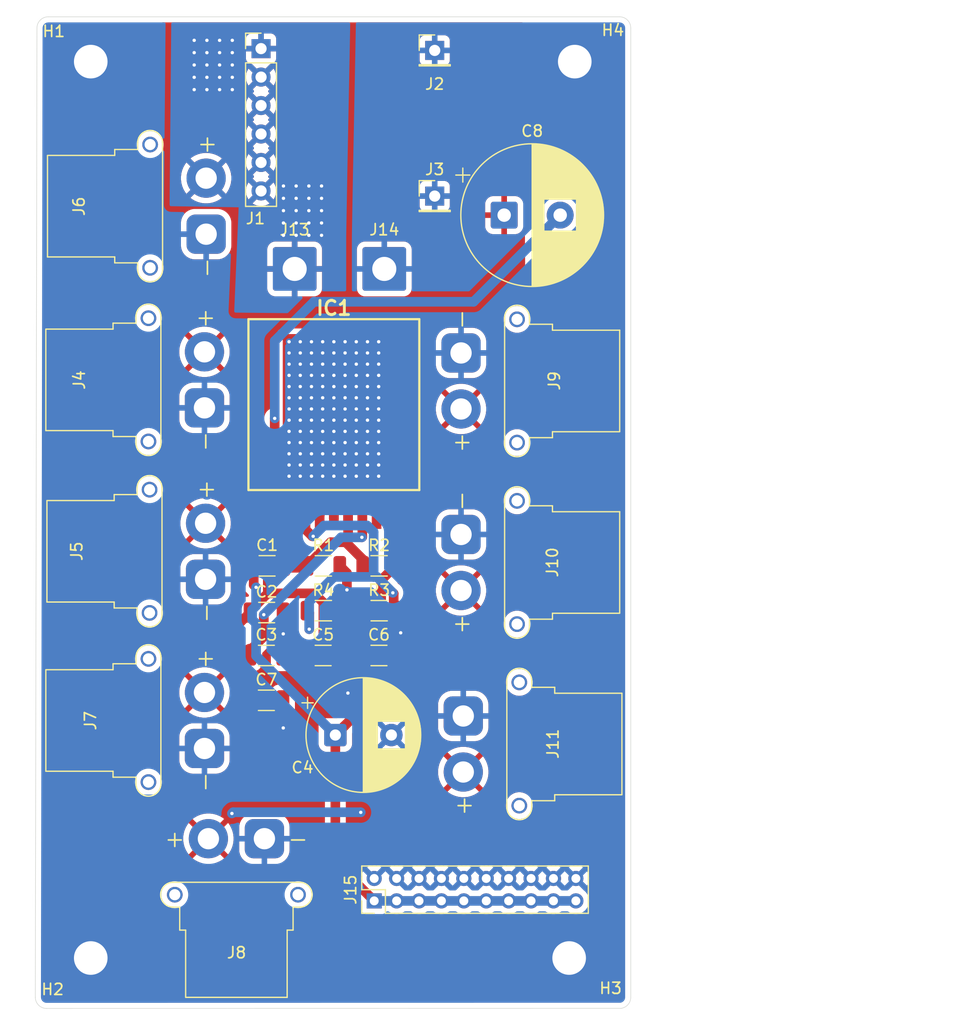
<source format=kicad_pcb>
(kicad_pcb (version 20241229) (generator "pcbnew") (generator_version "9.0")
  (title_block (title "Power Distribution Board") (date "2025-07-21") (rev "B") (company "RESTORE Lab"))
  (layers (0 "F.Cu" mixed) (2 "B.Cu" mixed) (13 "F.Paste" user) (15 "B.Paste" user) (5 "F.SilkS" user "F.Silkscreen") (7 "B.SilkS" user "B.Silkscreen") (1 "F.Mask" user) (3 "B.Mask" user) (25 "Edge.Cuts" user))
  (net 0 "")
  (net 1 "GND")
  (net 2 "Net-(IC1-SS)")
  (net 3 "24VDC")
  (net 4 "Net-(IC1-VOUT_1)")
  (net 7 "Net-(IC1-EN)")
  (net 8 "Net-(IC1-FB)")
  (net 9 "Net-(IC1-VIN_1)")
  (footprint "Connector_PinHeader_2.00mm:PinHeader_2x10_P2.00mm_Vertical" (layer "F.Cu") (at 141.6 128.9 90)
    (property "Reference" "J15")
    (property "Value" "Conn_02x10_Odd_Even")
  )
  (footprint "Connector_AMASS:AMASS_XT30PW-F_1x02_P2.50mm_Horizontal" (layer "F.Cu") (at 149.35 96.2 -90)
    (property "Reference" "J10")
    (property "Value" "XT30PW-M")
  )
  (footprint "Connector_AMASS:AMASS_XT30PW-F_1x02_P2.50mm_Horizontal" (layer "F.Cu") (at 149.55 112.4 -90)
    (property "Reference" "J11")
    (property "Value" "XT30PW-M")
  )
  (footprint "Connector_AMASS:AMASS_XT30PW-F_1x02_P2.50mm_Horizontal" (layer "F.Cu") (at 149.35 80 -90)
    (property "Reference" "J9")
    (property "Value" "XT30PW-M")
  )
  (footprint "Connector_AMASS:AMASS_XT30PW-F_1x02_P2.50mm_Horizontal" (layer "F.Cu") (at 126.45 115.3 90)
    (property "Reference" "J7")
    (property "Value" "XT30PW-M")
  )
  (footprint "Connector_Wire:SolderWire-1.5sqmm_1x01_D1.7mm_OD3.9mm" (layer "F.Cu") (at 142.5 72.5)
    (property "Reference" "J14")
    (property "Value" "Conn_01x01_Pin")
  )
  (footprint "Connector_AMASS:AMASS_XT30PW-F_1x02_P2.50mm_Horizontal" (layer "F.Cu") (at 126.45 84.9 90)
    (property "Reference" "J4")
    (property "Value" "XT30PW-M")
  )
  (footprint "Connector_AMASS:AMASS_XT30PW-F_1x02_P2.50mm_Horizontal" (layer "F.Cu") (at 126.6 69.4 90)
    (property "Reference" "J6")
    (property "Value" "XT30PW-M")
  )
  (footprint "Connector_PinHeader_2.54mm:PinHeader_1x01_P2.54mm_Vertical" (layer "F.Cu") (at 147 53)
    (property "Reference" "J2")
    (property "Value" "Conn_01x01_Pin")
  )
  (footprint "Connector_PinHeader_2.54mm:PinHeader_1x06_P2.54mm_Vertical" (layer "F.Cu") (at 131.5 52.84)
    (property "Reference" "J1")
    (property "Value" "Conn_01x06_Pin")
  )
  (footprint "Capacitor_SMD:C_1206_3216Metric" (layer "F.Cu") (at 131.975 107)
    (property "Reference" "C3")
    (property "Value" "0.47µF")
  )
  (footprint "Capacitor_SMD:C_1206_3216Metric" (layer "F.Cu") (at 131.975 111)
    (property "Reference" "C7")
    (property "Value" "10µF")
  )
  (footprint "Capacitor_SMD:C_1206_3216Metric" (layer "F.Cu") (at 142.025 107)
    (property "Reference" "C6")
    (property "Value" "10µF")
  )
  (footprint "Connector_AMASS:AMASS_XT30PW-F_1x02_P2.50mm_Horizontal" (layer "F.Cu") (at 131.8 123.35 180)
    (property "Reference" "J8")
    (property "Value" "XT30PW-M")
  )
  (footprint "MountingHole:MountingHole_3mm_Pad" (layer "F.Cu") (at 116.3 134)
    (property "Reference" "H2")
    (property "Value" "MountingHole_Pad")
  )
  (footprint "MountingHole:MountingHole_3mm_Pad" (layer "F.Cu") (at 159.5 54)
    (property "Reference" "H4")
    (property "Value" "MountingHole_Pad")
  )
  (footprint "Resistor_SMD:R_1206_3216Metric" (layer "F.Cu") (at 142.0375 99)
    (property "Reference" "R2")
    (property "Value" "5.62K")
  )
  (footprint "Capacitor_THT:CP_Radial_D10.0mm_P5.00mm" (layer "F.Cu") (at 138.1323 114.1)
    (property "Reference" "C4")
    (property "Value" "440 µF")
  )
  (footprint "Connector_PinHeader_2.54mm:PinHeader_1x01_P2.54mm_Vertical" (layer "F.Cu") (at 147 66)
    (property "Reference" "J3")
    (property "Value" "Conn_01x01_Pin")
  )
  (footprint "Connector_AMASS:AMASS_XT30PW-F_1x02_P2.50mm_Horizontal" (layer "F.Cu") (at 126.55 100.2 90)
    (property "Reference" "J5")
    (property "Value" "XT30PW-M")
  )
  (footprint "Connector_Wire:SolderWire-1.5sqmm_1x01_D1.7mm_OD3.9mm" (layer "F.Cu") (at 134.5 72.5)
    (property "Reference" "J13")
    (property "Value" "Conn_01x01_Pin")
  )
  (footprint "Capacitor_SMD:C_1206_3216Metric" (layer "F.Cu") (at 132 103.1667)
    (property "Reference" "C2")
    (property "Value" "10µF")
  )
  (footprint "Resistor_SMD:R_1206_3216Metric" (layer "F.Cu") (at 142.045 103)
    (property "Reference" "R3")
    (property "Value" "42.2k")
  )
  (footprint "LMZ23610TZ:NDY0011A" (layer "F.Cu") (at 138 94.5)
    (property "Reference" "IC1")
    (property "Value" "LMZ23610TZ_NOPB" (hide yes))
  )
  (footprint "Capacitor_THT:CP_Radial_D12.5mm_P5.00mm" (layer "F.Cu") (at 153.2 67.7)
    (property "Reference" "C8")
    (property "Value" "1000µF")
  )
  (footprint "MountingHole:MountingHole_3mm_Pad" (layer "F.Cu") (at 159 134)
    (property "Reference" "H3")
    (property "Value" "MountingHole_Pad")
  )
  (footprint "Resistor_SMD:R_1206_3216Metric" (layer "F.Cu") (at 137.0625 103)
    (property "Reference" "R4")
    (property "Value" "12.7k")
  )
  (footprint "MountingHole:MountingHole_3mm_Pad" (layer "F.Cu") (at 116.3 54)
    (property "Reference" "H1")
    (property "Value" "MountingHole_Pad")
  )
  (footprint "Capacitor_SMD:C_1206_3216Metric" (layer "F.Cu") (at 132.0375 99)
    (property "Reference" "C1")
    (property "Value" "180pF")
  )
  (footprint "Capacitor_SMD:C_1206_3216Metric" (layer "F.Cu") (at 137.0425 107)
    (property "Reference" "C5")
    (property "Value" "10µF")
  )
  (footprint "Resistor_SMD:R_1206_3216Metric" (layer "F.Cu") (at 137.0625 99)
    (property "Reference" "R1")
    (property "Value" "1.07k")
  )
  (gr_arc (start 163.5 50) (mid 164.207107 50.292893) (end 164.5 51) (stroke (width 0.05)) (layer "Edge.Cuts"))
  (gr_arc (start 112.353554 138.499999) (mid 111.646447 138.207106) (end 111.353554 137.499999) (stroke (width 0.05)) (layer "Edge.Cuts"))
  (gr_arc (start 164.499999 137.5) (mid 164.256604 138.153872) (end 163.6449 138.489445) (stroke (width 0.05)) (layer "Edge.Cuts"))
  (gr_line (start 112.5 50.000002) (end 163.5 50) (stroke (width 0.05)) (layer "Edge.Cuts"))
  (gr_line (start 164.5 51) (end 164.499999 137.5) (stroke (width 0.05)) (layer "Edge.Cuts"))
  (gr_line (start 111.353602 137.499999) (end 111.5 51.000001) (stroke (width 0.05)) (layer "Edge.Cuts"))
  (gr_line (start 163.644902 138.489445) (end 112.353553 138.5) (stroke (width 0.05)) (layer "Edge.Cuts"))
  (gr_arc (start 111.500001 51) (mid 111.792894 50.292894) (end 112.5 50.000001) (stroke (width 0.05)) (layer "Edge.Cuts"))
  (segment (start 142 79) (end 142 80) (width 0.18) (layer "F.Cu") (net 1))
  (segment (start 136.7 91.145) (end 136.73 91.175) (width 0.8598) (layer "F.Cu") (net 1))
  (segment (start 135 80) (end 135 81) (width 0.18) (layer "F.Cu") (net 1))
  (segment (start 142 82) (end 142 81) (width 0.18) (layer "F.Cu") (net 1))
  (segment (start 135 86) (end 135 85) (width 0.18) (layer "F.Cu") (net 1))
  (segment (start 134 87) (end 134 88) (width 0.18) (layer "F.Cu") (net 1))
  (segment (start 133.45 113.436) (end 133.45 111) (width 0.8598) (layer "F.Cu") (net 1))
  (segment (start 138 84) (end 138 83) (width 0.18) (layer "F.Cu") (net 1))
  (segment (start 137 84) (end 137 83) (width 0.18) (layer "F.Cu") (net 1))
  (segment (start 136.905 91) (end 136.73 91.175) (width 0.8598) (layer "F.Cu") (net 1))
  (segment (start 138.518 107.655) (end 138.5175 107.6545) (width 0.8598) (layer "F.Cu") (net 1))
  (segment (start 138 86) (end 138 85) (width 0.18) (layer "F.Cu") (net 1))
  (segment (start 137 86) (end 137 85) (width 0.18) (layer "F.Cu") (net 1))
  (segment (start 141 84) (end 141 83) (width 0.18) (layer "F.Cu") (net 1))
  (segment (start 139 84) (end 139 83) (width 0.18) (layer "F.Cu") (net 1))
  (segment (start 139.164 101.143) (end 139.164 99.6393) (width 0.8598) (layer "F.Cu") (net 1))
  (segment (start 136 89) (end 136 88) (width 0.18) (layer "F.Cu") (net 1))
  (segment (start 136.7 94.455) (end 136.7 94.47) (width 0.8598) (layer "F.Cu") (net 1))
  (segment (start 133.45 105.097) (end 133.45 107) (width 0.8598) (layer "F.Cu") (net 1))
  (segment (start 137 82) (end 137 83) (width 0.18) (layer "F.Cu") (net 1))
  (segment (start 134 84) (end 134 83) (width 0.18) (layer "F.Cu") (net 1))
  (segment (start 141 89) (end 141 88) (width 0.18) (layer "F.Cu") (net 1))
  (segment (start 138.518 108.31) (end 138.518 107.655) (width 0.8598) (layer "F.Cu") (net 1))
  (segment (start 134 80) (end 134 79) (width 0.18) (layer "F.Cu") (net 1))
  (segment (start 140 88) (end 140 89) (width 0.18) (layer "F.Cu") (net 1))
  (segment (start 133.475 105.072) (end 133.45 105.097) (width 0.8598) (layer "F.Cu") (net 1))
  (segment (start 137 88) (end 137 87) (width 0.18) (layer "F.Cu") (net 1))
  (segment (start 138 89) (end 138 88) (width 0.18) (layer "F.Cu") (net 1))
  (segment (start 138 90) (end 138 91) (width 0.18) (layer "F.Cu") (net 1))
  (segment (start 135 83) (end 135 84) (width 0.18) (layer "F.Cu") (net 1))
  (segment (start 138.518 109.62) (end 138.518 108.31) (width 0.8598) (layer "F.Cu") (net 1))
  (segment (start 136 82) (end 136 84) (width 0.18) (layer "F.Cu") (net 1))
  (segment (start 138.518 108.31) (end 138.518 107.655) (width 0.8598) (layer "F.Cu") (net 1))
  (segment (start 141 87) (end 141 88) (width 0.18) (layer "F.Cu") (net 1))
  (segment (start 137 80) (end 137 81) (width 0.18) (layer "F.Cu") (net 1))
  (segment (start 141 82) (end 141 83) (width 0.18) (layer "F.Cu") (net 1))
  (segment (start 134 85) (end 134 84) (width 0.18) (layer "F.Cu") (net 1))
  (segment (start 136 85) (end 136 84) (width 0.18) (layer "F.Cu") (net 1))
  (segment (start 133.482 105.072) (end 133.475 105.072) (width 0.8598) (layer "F.Cu") (net 1))
  (segment (start 134 90) (end 134 91) (width 0.18) (layer "F.Cu") (net 1))
  (segment (start 135 80) (end 135 79) (width 0.18) (layer "F.Cu") (net 1))
  (segment (start 136 87) (end 136 88) (width 0.18) (layer "F.Cu") (net 1))
  (segment (start 134.19 91.19) (end 134.19 94.5) (width 0.8598) (layer "F.Cu") (net 1))
  (segment (start 136.7 94.47) (end 136.73 94.5) (width 0.8598) (layer "F.Cu") (net 1))
  (segment (start 139.164 101.143) (end 138.525 101.783) (width 0.8598) (layer "F.Cu") (net 1))
  (segment (start 134.19 93.333) (end 134.19 94.5) (width 0.2) (layer "F.Cu") (net 1))
  (segment (start 137 81) (end 137 82) (width 0.18) (layer "F.Cu") (net 1))
  (segment (start 134.19 91.19) (end 134 91) (width 0.18) (layer "F.Cu") (net 1))
  (segment (start 135 89) (end 135 90) (width 0.18) (layer "F.Cu") (net 1))
  (segment (start 139 80) (end 139 79) (width 0.18) (layer "F.Cu") (net 1))
  (segment (start 138 91.445) (end 138 94.755) (width 0.8598) (layer "F.Cu") (net 1))
  (segment (start 134 94.31) (end 134.19 94.5) (width 0.2) (layer "F.Cu") (net 1))
  (segment (start 137 88) (end 137 89) (width 0.18) (layer "F.Cu") (net 1))
  (segment (start 138.518 107.655) (end 138.518 107) (width 0.8598) (layer "F.Cu") (net 1))
  (segment (start 139.252 110.354) (end 138.518 109.62) (width 0.8598) (layer "F.Cu") (net 1))
  (segment (start 138.518 107) (end 138.525 106.992) (width 1.2) (layer "F.Cu") (net 1))
  (segment (start 137 79) (end 137 80) (width 0.18) (layer "F.Cu") (net 1))
  (segment (start 140 91) (end 140 90) (width 0.18) (layer "F.Cu") (net 1))
  (segment (start 140 84) (end 140 85) (width 0.18) (layer "F.Cu") (net 1))
  (segment (start 142.5 71.6217) (end 142.5 72.5) (width 0.18) (layer "F.Cu") (net 1))
  (segment (start 142 87) (end 142 86) (width 0.18) (layer "F.Cu") (net 1))
  (segment (start 138 82) (end 138 81) (width 0.18) (layer "F.Cu") (net 1))
  (segment (start 143.5 105.439) (end 143.5 107) (width 0.8598) (layer "F.Cu") (net 1))
  (segment (start 138.5175 107.6545) (end 138.5175 107) (width 0.8598) (layer "F.Cu") (net 1))
  (segment (start 137 90) (end 137 91) (width 0.18) (layer "F.Cu") (net 1))
  (segment (start 135 82) (end 135 81) (width 0.18) (layer "F.Cu") (net 1))
  (segment (start 134 85) (end 134 86) (width 0.18) (layer "F.Cu") (net 1))
  (segment (start 137 84) (end 137 85) (width 0.18) (layer "F.Cu") (net 1))
  (segment (start 158.2 55.3) (end 159.5 54) (width 0.18) (layer "F.Cu") (net 1))
  (segment (start 141 90) (end 141 91) (width 0.18) (layer "F.Cu") (net 1))
  (segment (start 137 87) (end 137 86) (width 0.18) (layer "F.Cu") (net 1))
  (segment (start 138.518 107.655) (end 138.518 107) (width 0.8598) (layer "F.Cu") (net 1))
  (segment (start 142 87) (end 142 89) (width 0.18) (layer "F.Cu") (net 1))
  (segment (start 133.482 113.468) (end 133.45 113.436) (width 0.8598) (layer "F.Cu") (net 1))
  (segment (start 135 87) (end 135 88) (width 0.18) (layer "F.Cu") (net 1))
  (segment (start 139 90) (end 139 91) (width 0.18) (layer "F.Cu") (net 1))
  (segment (start 134 81) (end 134 80) (width 0.18) (layer "F.Cu") (net 1))
  (segment (start 140 90) (end 140 89) (width 0.18) (layer "F.Cu") (net 1))
  (segment (start 137 91) (end 136.905 91) (width 0.8598) (layer "F.Cu") (net 1))
  (segment (start 133.475 105.072) (end 133.475 103.167) (width 0.8598) (layer "F.Cu") (net 1))
  (segment (start 139.164 99.6393) (end 138.525 99) (width 0.8598) (layer "F.Cu") (net 1))
  (segment (start 141 82) (end 141 81) (width 0.18) (layer "F.Cu") (net 1))
  (segment (start 134 87) (end 134 86) (width 0.18) (layer "F.Cu") (net 1))
  (segment (start 136.73 91.175) (end 136.73 94.425) (width 0.8598) (layer "F.Cu") (net 1))
  (segment (start 141.5 78.5) (end 141 79) (width 0.18) (layer "F.Cu") (net 1))
  (segment (start 140 80) (end 140 79) (width 0.18) (layer "F.Cu") (net 1))
  (segment (start 135 91) (end 135 90) (width 0.18) (layer "F.Cu") (net 1))
  (segment (start 136.73 94.425) (end 136.7 94.455) (width 0.8598) (layer "F.Cu") (net 1))
  (segment (start 143.963 104.976) (end 143.5 105.439) (width 0.8598) (layer "F.Cu") (net 1))
  (segment (start 138.525 101.783) (end 138.525 103) (width 0.8598) (layer "F.Cu") (net 1))
  (segment (start 140 87) (end 140 86) (width 0.18) (layer "F.Cu") (net 1))
  (segment (start 134 88) (end 134 89) (width 0.18) (layer "F.Cu") (net 1))
  (via (at 140 87) (size 0.6) (drill 0.3) (layers "F.Cu" "B.Cu") (net 1))
  (via (at 142 81) (size 0.6) (drill 0.3) (layers "F.Cu" "B.Cu") (net 1))
  (via (at 133.482 113.468) (size 0.6) (drill 0.3) (layers "F.Cu" "B.Cu") (net 1))
  (via (at 139 86) (size 0.6) (drill 0.3) (layers "F.Cu" "B.Cu") (net 1))
  (via (at 135 85) (size 0.6) (drill 0.3) (layers "F.Cu" "B.Cu") (net 1))
  (via (at 134 91) (size 0.6) (drill 0.3) (layers "F.Cu" "B.Cu") (net 1))
  (via (at 141 83) (size 0.6) (drill 0.3) (layers "F.Cu" "B.Cu") (net 1))
  (via (at 134 90) (size 0.6) (drill 0.3) (layers "F.Cu" "B.Cu") (net 1))
  (via (at 136 81) (size 0.6) (drill 0.3) (layers "F.Cu" "B.Cu") (net 1))
  (via (at 140 80) (size 0.6) (drill 0.3) (layers "F.Cu" "B.Cu") (net 1))
  (via (at 142 82) (size 0.6) (drill 0.3) (layers "F.Cu" "B.Cu") (net 1))
  (via (at 137 87) (size 0.6) (drill 0.3) (layers "F.Cu" "B.Cu") (net 1))
  (via (at 137 82) (size 0.6) (drill 0.3) (layers "F.Cu" "B.Cu") (net 1))
  (via (at 134 84) (size 0.6) (drill 0.3) (layers "F.Cu" "B.Cu") (net 1))
  (via (at 142 80) (size 0.6) (drill 0.3) (layers "F.Cu" "B.Cu") (net 1))
  (via (at 136 82) (size 0.6) (drill 0.3) (layers "F.Cu" "B.Cu") (net 1))
  (via (at 140 89) (size 0.6) (drill 0.3) (layers "F.Cu" "B.Cu") (net 1))
  (via (at 138 83) (size 0.6) (drill 0.3) (layers "F.Cu" "B.Cu") (net 1))
  (via (at 136 84) (size 0.6) (drill 0.3) (layers "F.Cu" "B.Cu") (net 1))
  (via (at 140 91) (size 0.6) (drill 0.3) (layers "F.Cu" "B.Cu") (net 1))
  (via (at 136 79) (size 0.6) (drill 0.3) (layers "F.Cu" "B.Cu") (net 1))
  (via (at 140 82) (size 0.6) (drill 0.3) (layers "F.Cu" "B.Cu") (net 1))
  (via (at 142 86) (size 0.6) (drill 0.3) (layers "F.Cu" "B.Cu") (net 1))
  (via (at 142 83) (size 0.6) (drill 0.3) (layers "F.Cu" "B.Cu") (net 1))
  (via (at 139.164 101.143) (size 0.6) (drill 0.3) (layers "F.Cu" "B.Cu") (net 1))
  (via (at 137 86) (size 0.6) (drill 0.3) (layers "F.Cu" "B.Cu") (net 1))
  (via (at 136 89) (size 0.6) (drill 0.3) (layers "F.Cu" "B.Cu") (net 1))
  (via (at 136 90) (size 0.6) (drill 0.3) (layers "F.Cu" "B.Cu") (net 1))
  (via (at 140 83) (size 0.6) (drill 0.3) (layers "F.Cu" "B.Cu") (net 1))
  (via (at 142 84) (size 0.6) (drill 0.3) (layers "F.Cu" "B.Cu") (net 1))
  (via (at 139 81) (size 0.6) (drill 0.3) (layers "F.Cu" "B.Cu") (net 1))
  (via (at 137 85) (size 0.6) (drill 0.3) (layers "F.Cu" "B.Cu") (net 1))
  (via (at 135 80) (size 0.6) (drill 0.3) (layers "F.Cu" "B.Cu") (net 1))
  (via (at 134 80) (size 0.6) (drill 0.3) (layers "F.Cu" "B.Cu") (net 1))
  (via (at 142 85) (size 0.6) (drill 0.3) (layers "F.Cu" "B.Cu") (net 1))
  (via (at 139 87) (size 0.6) (drill 0.3) (layers "F.Cu" "B.Cu") (net 1))
  (via (at 137 90) (size 0.6) (drill 0.3) (layers "F.Cu" "B.Cu") (net 1))
  (via (at 141 86) (size 0.6) (drill 0.3) (layers "F.Cu" "B.Cu") (net 1))
  (via (at 139 84) (size 0.6) (drill 0.3) (layers "F.Cu" "B.Cu") (net 1))
  (via (at 137 84) (size 0.6) (drill 0.3) (layers "F.Cu" "B.Cu") (net 1))
  (via (at 135 90) (size 0.6) (drill 0.3) (layers "F.Cu" "B.Cu") (net 1))
  (via (at 141 79) (size 0.6) (drill 0.3) (layers "F.Cu" "B.Cu") (net 1))
  (via (at 134 79) (size 0.6) (drill 0.3) (layers "F.Cu" "B.Cu") (net 1))
  (via (at 139 79) (size 0.6) (drill 0.3) (layers "F.Cu" "B.Cu") (net 1))
  (via (at 137 83) (size 0.6) (drill 0.3) (layers "F.Cu" "B.Cu") (net 1))
  (via (at 135 84) (size 0.6) (drill 0.3) (layers "F.Cu" "B.Cu") (net 1))
  (via (at 134 82) (size 0.6) (drill 0.3) (layers "F.Cu" "B.Cu") (net 1))
  (via (at 136 85) (size 0.6) (drill 0.3) (layers "F.Cu" "B.Cu") (net 1))
  (via (at 142 91) (size 0.6) (drill 0.3) (layers "F.Cu" "B.Cu") (net 1))
  (via (at 134 81) (size 0.6) (drill 0.3) (layers "F.Cu" "B.Cu") (net 1))
  (via (at 143.963 104.976) (size 0.6) (drill 0.3) (layers "F.Cu" "B.Cu") (net 1))
  (via (at 141 88) (size 0.6) (drill 0.3) (layers "F.Cu" "B.Cu") (net 1))
  (via (at 136 87) (size 0.6) (drill 0.3) (layers "F.Cu" "B.Cu") (net 1))
  (via (at 141 81) (size 0.6) (drill 0.3) (layers "F.Cu" "B.Cu") (net 1))
  (via (at 140 90) (size 0.6) (drill 0.3) (layers "F.Cu" "B.Cu") (net 1))
  (via (at 138 90) (size 0.6) (drill 0.3) (layers "F.Cu" "B.Cu") (net 1))
  (via (at 135 87) (size 0.6) (drill 0.3) (layers "F.Cu" "B.Cu") (net 1))
  (via (at 141 91) (size 0.6) (drill 0.3) (layers "F.Cu" "B.Cu") (net 1))
  (via (at 140 85) (size 0.6) (drill 0.3) (layers "F.Cu" "B.Cu") (net 1))
  (via (at 139 85) (size 0.6) (drill 0.3) (layers "F.Cu" "B.Cu") (net 1))
  (via (at 136 86) (size 0.6) (drill 0.3) (layers "F.Cu" "B.Cu") (net 1))
  (via (at 141 89) (size 0.6) (drill 0.3) (layers "F.Cu" "B.Cu") (net 1))
  (via (at 137 81) (size 0.6) (drill 0.3) (layers "F.Cu" "B.Cu") (net 1))
  (via (at 136 83) (size 0.6) (drill 0.3) (layers "F.Cu" "B.Cu") (net 1))
  (via (at 138 89) (size 0.6) (drill 0.3) (layers "F.Cu" "B.Cu") (net 1))
  (via (at 142 87) (size 0.6) (drill 0.3) (layers "F.Cu" "B.Cu") (net 1))
  (via (at 138 79) (size 0.6) (drill 0.3) (layers "F.Cu" "B.Cu") (net 1))
  (via (at 138 87) (size 0.6) (drill 0.3) (layers "F.Cu" "B.Cu") (net 1))
  (via (at 139 80) (size 0.6) (drill 0.3) (layers "F.Cu" "B.Cu") (net 1))
  (via (at 136 88) (size 0.6) (drill 0.3) (layers "F.Cu" "B.Cu") (net 1))
  (via (at 134 85) (size 0.6) (drill 0.3) (layers "F.Cu" "B.Cu") (net 1))
  (via (at 140 84) (size 0.6) (drill 0.3) (layers "F.Cu" "B.Cu") (net 1))
  (via (at 135 79) (size 0.6) (drill 0.3) (layers "F.Cu" "B.Cu") (net 1))
  (via (at 134 86) (size 0.6) (drill 0.3) (layers "F.Cu" "B.Cu") (net 1))
  (via (at 137 80) (size 0.6) (drill 0.3) (layers "F.Cu" "B.Cu") (net 1))
  (via (at 136 80) (size 0.6) (drill 0.3) (layers "F.Cu" "B.Cu") (net 1))
  (via (at 141 87) (size 0.6) (drill 0.3) (layers "F.Cu" "B.Cu") (net 1))
  (via (at 135 88) (size 0.6) (drill 0.3) (layers "F.Cu" "B.Cu") (net 1))
  (via (at 138 84) (size 0.6) (drill 0.3) (layers "F.Cu" "B.Cu") (net 1))
  (via (at 138 85) (size 0.6) (drill 0.3) (layers "F.Cu" "B.Cu") (net 1))
  (via (at 142 79) (size 0.6) (drill 0.3) (layers "F.Cu" "B.Cu") (net 1))
  (via (at 141 80) (size 0.6) (drill 0.3) (layers "F.Cu" "B.Cu") (net 1))
  (via (at 141 82) (size 0.6) (drill 0.3) (layers "F.Cu" "B.Cu") (net 1))
  (via (at 139 89) (size 0.6) (drill 0.3) (layers "F.Cu" "B.Cu") (net 1))
  (via (at 138 80) (size 0.6) (drill 0.3) (layers "F.Cu" "B.Cu") (net 1))
  (via (at 137 79) (size 0.6) (drill 0.3) (layers "F.Cu" "B.Cu") (net 1))
  (via (at 138 81) (size 0.6) (drill 0.3) (layers "F.Cu" "B.Cu") (net 1))
  (via (at 137 91) (size 0.6) (drill 0.3) (layers "F.Cu" "B.Cu") (net 1))
  (via (at 134 88) (size 0.6) (drill 0.3) (layers "F.Cu" "B.Cu") (net 1))
  (via (at 139 82) (size 0.6) (drill 0.3) (layers "F.Cu" "B.Cu") (net 1))
  (via (at 135 91) (size 0.6) (drill 0.3) (layers "F.Cu" "B.Cu") (net 1))
  (via (at 141 85) (size 0.6) (drill 0.3) (layers "F.Cu" "B.Cu") (net 1))
  (via (at 138 82) (size 0.6) (drill 0.3) (layers "F.Cu" "B.Cu") (net 1))
  (via (at 142 90) (size 0.6) (drill 0.3) (layers "F.Cu" "B.Cu") (net 1))
  (via (at 141 84) (size 0.6) (drill 0.3) (layers "F.Cu" "B.Cu") (net 1))
  (via (at 136 91) (size 0.6) (drill 0.3) (layers "F.Cu" "B.Cu") (net 1))
  (via (at 139 88) (size 0.6) (drill 0.3) (layers "F.Cu" "B.Cu") (net 1))
  (via (at 134 89) (size 0.6) (drill 0.3) (layers "F.Cu" "B.Cu") (net 1))
  (via (at 140 81) (size 0.6) (drill 0.3) (layers "F.Cu" "B.Cu") (net 1))
  (via (at 140 88) (size 0.6) (drill 0.3) (layers "F.Cu" "B.Cu") (net 1))
  (via (at 138 86) (size 0.6) (drill 0.3) (layers "F.Cu" "B.Cu") (net 1))
  (via (at 139.252 110.354) (size 0.6) (drill 0.3) (layers "F.Cu" "B.Cu") (net 1))
  (via (at 138 88) (size 0.6) (drill 0.3) (layers "F.Cu" "B.Cu") (net 1))
  (via (at 134 87) (size 0.6) (drill 0.3) (layers "F.Cu" "B.Cu") (net 1))
  (via (at 133.482 105.072) (size 0.6) (drill 0.3) (layers "F.Cu" "B.Cu") (net 1))
  (via (at 139 83) (size 0.6) (drill 0.3) (layers "F.Cu" "B.Cu") (net 1))
  (via (at 139 90) (size 0.6) (drill 0.3) (layers "F.Cu" "B.Cu") (net 1))
  (via (at 137 89) (size 0.6) (drill 0.3) (layers "F.Cu" "B.Cu") (net 1))
  (via (at 142 88) (size 0.6) (drill 0.3) (layers "F.Cu" "B.Cu") (net 1))
  (via (at 135 89) (size 0.6) (drill 0.3) (layers "F.Cu" "B.Cu") (net 1))
  (via (at 139 91) (size 0.6) (drill 0.3) (layers "F.Cu" "B.Cu") (net 1))
  (via (at 141 90) (size 0.6) (drill 0.3) (layers "F.Cu" "B.Cu") (net 1))
  (via (at 135 81) (size 0.6) (drill 0.3) (layers "F.Cu" "B.Cu") (net 1))
  (via (at 142 89) (size 0.6) (drill 0.3) (layers "F.Cu" "B.Cu") (net 1))
  (via (at 135 83) (size 0.6) (drill 0.3) (layers "F.Cu" "B.Cu") (net 1))
  (via (at 135 86) (size 0.6) (drill 0.3) (layers "F.Cu" "B.Cu") (net 1))
  (via (at 140 86) (size 0.6) (drill 0.3) (layers "F.Cu" "B.Cu") (net 1))
  (via (at 135 82) (size 0.6) (drill 0.3) (layers "F.Cu" "B.Cu") (net 1))
  (via (at 140 79) (size 0.6) (drill 0.3) (layers "F.Cu" "B.Cu") (net 1))
  (via (at 137 88) (size 0.6) (drill 0.3) (layers "F.Cu" "B.Cu") (net 1))
  (via (at 138 91) (size 0.6) (drill 0.3) (layers "F.Cu" "B.Cu") (net 1))
  (via (at 134 83) (size 0.6) (drill 0.3) (layers "F.Cu" "B.Cu") (net 1))
  (segment (start 136 85) (end 137 85) (width 0.18) (layer "B.Cu") (net 1))
  (segment (start 126.5 119.5) (end 124.5 119.5) (width 0.18) (layer "B.Cu") (net 1))
  (segment (start 134 85) (end 135 85) (width 0.18) (layer "B.Cu") (net 1))
  (segment (start 136 90) (end 135 90) (width 0.18) (layer "B.Cu") (net 1))
  (segment (start 139 89) (end 140 89) (width 0.18) (layer "B.Cu") (net 1))
  (segment (start 139 83) (end 138 83) (width 0.18) (layer "B.Cu") (net 1))
  (segment (start 134 82) (end 135 82) (width 0.18) (layer "B.Cu") (net 1))
  (segment (start 136 89) (end 137 89) (width 0.18) (layer "B.Cu") (net 1))
  (segment (start 139 86) (end 138 86) (width 0.18) (layer "B.Cu") (net 1))
  (segment (start 120.5 119.5) (end 122.5 119.5) (width 0.18) (layer "B.Cu") (net 1))
  (segment (start 140 90) (end 140 90.1476) (width 0.18) (layer "B.Cu") (net 1))
  (segment (start 142 84) (end 141 84) (width 0.18) (layer "B.Cu") (net 1))
  (segment (start 139 81) (end 138 81) (width 0.18) (layer "B.Cu") (net 1))
  (segment (start 141 91) (end 142 91) (width 0.18) (layer "B.Cu") (net 1))
  (segment (start 135 80) (end 136 80) (width 0.18) (layer "B.Cu") (net 1))
  (segment (start 137 79) (end 138 79) (width 0.18) (layer "B.Cu") (net 1))
  (segment (start 140 90) (end 141 90) (width 0.18) (layer "B.Cu") (net 1))
  (segment (start 138 88) (end 139 88) (width 0.18) (layer "B.Cu") (net 1))
  (segment (start 142 79) (end 141 79) (width 0.18) (layer "B.Cu") (net 1))
  (segment (start 134 81) (end 135 81) (width 0.18) (layer "B.Cu") (net 1))
  (segment (start 141 88) (end 140 88) (width 0.18) (layer "B.Cu") (net 1))
  (segment (start 136 81) (end 137 81) (width 0.18) (layer "B.Cu") (net 1))
  (segment (start 140 84) (end 139 84) (width 0.18) (layer "B.Cu") (net 1))
  (segment (start 139 82) (end 140 82) (width 0.18) (layer "B.Cu") (net 1))
  (segment (start 138 87) (end 139 87) (width 0.18) (layer "B.Cu") (net 1))
  (segment (start 140 85) (end 139 85) (width 0.18) (layer "B.Cu") (net 1))
  (segment (start 140 86) (end 139 86) (width 0.18) (layer "B.Cu") (net 1))
  (segment (start 141 79) (end 140 79) (width 0.18) (layer "B.Cu") (net 1))
  (segment (start 138 80) (end 139 80) (width 0.18) (layer "B.Cu") (net 1))
  (segment (start 138 89) (end 137 89) (width 0.18) (layer "B.Cu") (net 1))
  (segment (start 138.525 101.199) (end 138.525 103.7) (width 1.2) (layer "B.Cu") (net 1))
  (segment (start 158.5 53) (end 159.5 54) (width 0.18) (layer "B.Cu") (net 1))
  (segment (start 142 86) (end 141 86) (width 0.18) (layer "B.Cu") (net 1))
  (segment (start 138 85) (end 139 85) (width 0.18) (layer "B.Cu") (net 1))
  (segment (start 141 83) (end 142 83) (width 0.18) (layer "B.Cu") (net 1))
  (segment (start 138 91) (end 137 91) (width 0.18) (layer "B.Cu") (net 1))
  (segment (start 136 79) (end 135 79) (width 0.18) (layer "B.Cu") (net 1))
  (segment (start 136 83) (end 135 83) (width 1.2) (layer "B.Cu") (net 1))
  (segment (start 139 82) (end 138 82) (width 0.18) (layer "B.Cu") (net 1))
  (segment (start 135 83) (end 134 83) (width 0.18) (layer "B.Cu") (net 1))
  (segment (start 141 82) (end 140 82) (width 0.18) (layer "B.Cu") (net 1))
  (segment (start 141 86) (end 140 86) (width 0.18) (layer "B.Cu") (net 1))
  (segment (start 138 81) (end 137 81) (width 0.18) (layer "B.Cu") (net 1))
  (segment (start 142 80) (end 141 80) (width 0.18) (layer "B.Cu") (net 1))
  (segment (start 136 91) (end 137 91) (width 0.18) (layer "B.Cu") (net 1))
  (segment (start 137 87) (end 138 87) (width 0.18) (layer "B.Cu") (net 1))
  (segment (start 126.665 92.49) (end 126.175 92) (width 1.2) (layer "B.Cu") (net 1))
  (segment (start 141 85) (end 140 85) (width 0.18) (layer "B.Cu") (net 1))
  (segment (start 136 84) (end 135 84) (width 0.18) (layer "B.Cu") (net 1))
  (segment (start 142 81) (end 141 81) (width 0.18) (layer "B.Cu") (net 1))
  (segment (start 139 80) (end 140 80) (width 0.18) (layer "B.Cu") (net 1))
  (segment (start 138 86) (end 137 86) (width 0.18) (layer "B.Cu") (net 1))
  (segment (start 142.5 72.5) (end 143.588 72.5) (width 0.18) (layer "B.Cu") (net 1))
  (segment (start 137 80) (end 136 80) (width 0.18) (layer "B.Cu") (net 1))
  (segment (start 136 86) (end 137 86) (width 0.18) (layer "B.Cu") (net 1))
  (segment (start 135 87) (end 136 87) (width 0.18) (layer "B.Cu") (net 1))
  (segment (start 142 90) (end 141 90) (width 0.18) (layer "B.Cu") (net 1))
  (segment (start 140 81) (end 141 81) (width 0.18) (layer "B.Cu") (net 1))
  (segment (start 135 89) (end 134 89) (width 0.18) (layer "B.Cu") (net 1))
  (segment (start 134 91) (end 135 91) (width 0.18) (layer "B.Cu") (net 1))
  (segment (start 142 85) (end 141 85) (width 0.18) (layer "B.Cu") (net 1))
  (segment (start 135 91) (end 136 91) (width 0.18) (layer "B.Cu") (net 1))
  (segment (start 139 88) (end 140 88) (width 0.18) (layer "B.Cu") (net 1))
  (segment (start 138 79) (end 139 79) (width 0.18) (layer "B.Cu") (net 1))
  (segment (start 139 90) (end 138 90) (width 0.18) (layer "B.Cu") (net 1))
  (segment (start 148.588 77.5) (end 149.675 77.5) (width 0.18) (layer "B.Cu") (net 1))
  (segment (start 141 83) (end 140 83) (width 0.18) (layer "B.Cu") (net 1))
  (segment (start 140.5 96.4556) (end 140.54 96.4161) (width 0.8598) (layer "F.Cu") (net 2))
  (segment (start 131.744 103.358) (end 131.744 105.316) (width 0.8598) (layer "F.Cu") (net 2))
  (segment (start 140.54 96.4161) (end 140.54 94.5) (width 0.8598) (layer "F.Cu") (net 2))
  (segment (start 131.744 105.316) (end 130.5 106.56) (width 0.8598) (layer "F.Cu") (net 2))
  (segment (start 130.5 106.56) (end 130.5 107) (width 1.2) (layer "F.Cu") (net 2))
  (via (at 140.5 96.4556) (size 0.6) (drill 0.3) (layers "F.Cu" "B.Cu") (net 2))
  (via (at 131.744 103.358) (size 0.6) (drill 0.3) (layers "F.Cu" "B.Cu") (net 2))
  (segment (start 140.5 96.4556) (end 138.647 96.4556) (width 0.8598) (layer "B.Cu") (net 2))
  (segment (start 138.647 96.4556) (end 131.744 103.358) (width 0.8598) (layer "B.Cu") (net 2))
  (segment (start 130.5 92.8) (end 129.865 92.8) (width 0.8598) (layer "F.Cu") (net 3))
  (segment (start 129.948 92.798) (end 129.798 92.798) (width 0.2) (layer "F.Cu") (net 3))
  (via (at 136.9 69.5) (size 0.6) (drill 0.3) (layers "F.Cu" "B.Cu") (net 3))
  (via (at 135.767 65.1) (size 0.6) (drill 0.3) (layers "F.Cu" "B.Cu") (net 3))
  (via (at 125.533 52.1) (size 0.6) (drill 0.3) (layers "F.Cu" "B.Cu") (net 3))
  (via (at 128.933 53.2) (size 0.6) (drill 0.3) (layers "F.Cu" "B.Cu") (net 3))
  (via (at 133.5 69.5) (size 0.6) (drill 0.3) (layers "F.Cu" "B.Cu") (net 3))
  (via (at 135.767 67.3) (size 0.6) (drill 0.3) (layers "F.Cu" "B.Cu") (net 3))
  (via (at 128.9 121.1) (size 0.6) (drill 0.3) (layers "F.Cu" "B.Cu") (net 3))
  (via (at 136.9 68.4) (size 0.6) (drill 0.3) (layers "F.Cu" "B.Cu") (net 3))
  (via (at 133.5 67.3) (size 0.6) (drill 0.3) (layers "F.Cu" "B.Cu") (net 3))
  (via (at 126.667 55.4) (size 0.6) (drill 0.3) (layers "F.Cu" "B.Cu") (net 3))
  (via (at 128.933 52.1) (size 0.6) (drill 0.3) (layers "F.Cu" "B.Cu") (net 3))
  (via (at 136.9 65.1) (size 0.6) (drill 0.3) (layers "F.Cu" "B.Cu") (net 3))
  (via (at 134.633 67.3) (size 0.6) (drill 0.3) (layers "F.Cu" "B.Cu") (net 3))
  (via (at 127.8 55.4) (size 0.6) (drill 0.3) (layers "F.Cu" "B.Cu") (net 3))
  (via (at 127.8 56.5) (size 0.6) (drill 0.3) (layers "F.Cu" "B.Cu") (net 3))
  (via (at 140.4 121) (size 0.6) (drill 0.3) (layers "F.Cu" "B.Cu") (net 3))
  (via (at 133.5 68.4) (size 0.6) (drill 0.3) (layers "F.Cu" "B.Cu") (net 3))
  (via (at 125.533 56.5) (size 0.6) (drill 0.3) (layers "F.Cu" "B.Cu") (net 3))
  (via (at 127.8 53.2) (size 0.6) (drill 0.3) (layers "F.Cu" "B.Cu") (net 3))
  (via (at 133.5 65.1) (size 0.6) (drill 0.3) (layers "F.Cu" "B.Cu") (net 3))
  (via (at 134.633 66.2) (size 0.6) (drill 0.3) (layers "F.Cu" "B.Cu") (net 3))
  (via (at 136.9 67.3) (size 0.6) (drill 0.3) (layers "F.Cu" "B.Cu") (net 3))
  (via (at 126.667 52.1) (size 0.6) (drill 0.3) (layers "F.Cu" "B.Cu") (net 3))
  (via (at 133.5 66.2) (size 0.6) (drill 0.3) (layers "F.Cu" "B.Cu") (net 3))
  (via (at 127.8 54.3) (size 0.6) (drill 0.3) (layers "F.Cu" "B.Cu") (net 3))
  (via (at 136.9 66.2) (size 0.6) (drill 0.3) (layers "F.Cu" "B.Cu") (net 3))
  (via (at 127.8 52.1) (size 0.6) (drill 0.3) (layers "F.Cu" "B.Cu") (net 3))
  (via (at 135.767 69.5) (size 0.6) (drill 0.3) (layers "F.Cu" "B.Cu") (net 3))
  (via (at 134.633 65.1) (size 0.6) (drill 0.3) (layers "F.Cu" "B.Cu") (net 3))
  (via (at 126.667 53.2) (size 0.6) (drill 0.3) (layers "F.Cu" "B.Cu") (net 3))
  (via (at 134.633 69.5) (size 0.6) (drill 0.3) (layers "F.Cu" "B.Cu") (net 3))
  (via (at 128.933 55.4) (size 0.6) (drill 0.3) (layers "F.Cu" "B.Cu") (net 3))
  (via (at 135.767 68.4) (size 0.6) (drill 0.3) (layers "F.Cu" "B.Cu") (net 3))
  (via (at 128.933 54.3) (size 0.6) (drill 0.3) (layers "F.Cu" "B.Cu") (net 3))
  (via (at 125.533 54.3) (size 0.6) (drill 0.3) (layers "F.Cu" "B.Cu") (net 3))
  (via (at 126.667 54.3) (size 0.6) (drill 0.3) (layers "F.Cu" "B.Cu") (net 3))
  (via (at 134.633 68.4) (size 0.6) (drill 0.3) (layers "F.Cu" "B.Cu") (net 3))
  (via (at 128.933 56.5) (size 0.6) (drill 0.3) (layers "F.Cu" "B.Cu") (net 3))
  (via (at 126.667 56.5) (size 0.6) (drill 0.3) (layers "F.Cu" "B.Cu") (net 3))
  (via (at 125.533 55.4) (size 0.6) (drill 0.3) (layers "F.Cu" "B.Cu") (net 3))
  (via (at 125.533 53.2) (size 0.6) (drill 0.3) (layers "F.Cu" "B.Cu") (net 3))
  (via (at 135.767 66.2) (size 0.6) (drill 0.3) (layers "F.Cu" "B.Cu") (net 3))
  (segment (start 149.5 117.35) (end 149.5 117) (width 0.8598) (layer "B.Cu") (net 3))
  (segment (start 140.389 120.989) (end 129.011 120.989) (width 0.8598) (layer "B.Cu") (net 3))
  (segment (start 140.4 121) (end 140.389 120.989) (width 0.8598) (layer "B.Cu") (net 3))
  (segment (start 149.55 117.4) (end 149.5 117.35) (width 0.8598) (layer "B.Cu") (net 3))
  (segment (start 149 116.5) (end 149.5 117) (width 1.2) (layer "B.Cu") (net 3))
  (segment (start 129.011 120.989) (end 128.9 121.1) (width 0.8598) (layer "B.Cu") (net 3))
  (segment (start 138.132 114.1) (end 138.132 117.804) (width 0.8598) (layer "F.Cu") (net 4))
  (segment (start 138.132 125.432) (end 141.6 128.9) (width 0.8598) (layer "F.Cu") (net 4))
  (segment (start 143.508 98.9999) (end 143.5 98.9999) (width 0.8598) (layer "F.Cu") (net 4))
  (segment (start 130.844 99.2816) (end 130.562 99) (width 0.18) (layer "F.Cu") (net 4))
  (segment (start 142.222 100.278) (end 142.222 110.01) (width 0.8598) (layer "F.Cu") (net 4))
  (segment (start 143.5 98.9999) (end 143.5 99) (width 0.8598) (layer "F.Cu") (net 4))
  (segment (start 130.574 99) (end 130.574 99.0115) (width 1.2) (layer "F.Cu") (net 4))
  (segment (start 130.574 99.0115) (end 130.844 99.2815) (width 0.18) (layer "F.Cu") (net 4))
  (segment (start 143.5 99) (end 142.222 100.278) (width 0.8598) (layer "F.Cu") (net 4))
  (segment (start 130.574 99) (end 130.5625 99) (width 1.1518) (layer "F.Cu") (net 4))
  (segment (start 139.745 112.487) (end 138.9385 113.2935) (width 0.8598) (layer "F.Cu") (net 4))
  (segment (start 138.132 117.804) (end 138.132 119.766) (width 0.8598) (layer "F.Cu") (net 4))
  (segment (start 138.1323 114.0997) (end 138.1323 114.1) (width 0.8598) (layer "F.Cu") (net 4))
  (segment (start 138.132 117.804) (end 138.132 119.766) (width 0.8598) (layer "F.Cu") (net 4))
  (segment (start 142.222 110.01) (end 139.745 112.487) (width 0.8598) (layer "F.Cu") (net 4))
  (segment (start 130.844 99.2815) (end 130.844 99.2816) (width 0.18) (layer "F.Cu") (net 4))
  (segment (start 143.08 98.58) (end 143.5 99) (width 0.8598) (layer "F.Cu") (net 4))
  (segment (start 143.08 94.5) (end 143.08 98.58) (width 0.8598) (layer "F.Cu") (net 4))
  (segment (start 138.9385 113.2935) (end 138.132 114.1) (width 0.8598) (layer "F.Cu") (net 4))
  (segment (start 138.9385 113.2935) (end 138.1323 114.0997) (width 0.8598) (layer "F.Cu") (net 4))
  (segment (start 138.9385 113.2935) (end 138.132 114.1) (width 0.8598) (layer "F.Cu") (net 4))
  (segment (start 130.562 99) (end 130.574 99.0115) (width 0.18) (layer "F.Cu") (net 4))
  (segment (start 130.844 100.702) (end 130.844 99.2816) (width 0.8598) (layer "F.Cu") (net 4))
  (segment (start 131.058 100.916) (end 130.844 100.702) (width 0.8598) (layer "F.Cu") (net 4))
  (segment (start 139.745 112.487) (end 138.9385 113.2935) (width 0.8598) (layer "F.Cu") (net 4))
  (segment (start 143.508 99) (end 143.508 98.9999) (width 0.18) (layer "F.Cu") (net 4))
  (segment (start 130.5625 99) (end 130.562 99) (width 1.1518) (layer "F.Cu") (net 4))
  (segment (start 143.508 98.9999) (end 143.508 98.9998) (width 0.18) (layer "F.Cu") (net 4))
  (segment (start 138.132 119.766) (end 138.132 125.432) (width 0.8598) (layer "F.Cu") (net 4))
  (via (at 131.058 100.916) (size 0.6) (drill 0.3) (layers "F.Cu" "B.Cu") (net 4))
  (segment (start 149.6 128.9) (end 151.6 128.9) (width 0.8598) (layer "B.Cu") (net 4))
  (segment (start 131.058 104.145) (end 131.058 107.026) (width 0.8598) (layer "B.Cu") (net 4))
  (segment (start 141.6 128.9) (end 143.6 128.9) (width 0.8598) (layer "B.Cu") (net 4))
  (segment (start 131.058 107.026) (end 138.132 114.1) (width 0.8598) (layer "B.Cu") (net 4))
  (segment (start 151.6 128.9) (end 153.6 128.9) (width 0.8598) (layer "B.Cu") (net 4))
  (segment (start 145.6 128.9) (end 143.6 128.9) (width 0.8598) (layer "B.Cu") (net 4))
  (segment (start 145.6 128.9) (end 147.6 128.9) (width 0.8598) (layer "B.Cu") (net 4))
  (segment (start 155.6 128.9) (end 157.6 128.9) (width 0.8598) (layer "B.Cu") (net 4))
  (segment (start 130.703 102.927) (end 130.703 103.79) (width 0.8598) (layer "B.Cu") (net 4))
  (segment (start 131.058 102.571) (end 130.703 102.927) (width 0.8598) (layer "B.Cu") (net 4))
  (segment (start 131.058 100.916) (end 131.058 102.571) (width 0.8598) (layer "B.Cu") (net 4))
  (segment (start 159.6 128.9) (end 157.6 128.9) (width 0.8598) (layer "B.Cu") (net 4))
  (segment (start 138.1323 114.1) (end 138.132 114.1) (width 0.8598) (layer "B.Cu") (net 4))
  (segment (start 130.703 103.79) (end 131.058 104.145) (width 0.8598) (layer "B.Cu") (net 4))
  (segment (start 147.6 128.9) (end 149.6 128.9) (width 0.8598) (layer "B.Cu") (net 4))
  (segment (start 153.6 128.9) (end 155.6 128.9) (width 0.8598) (layer "B.Cu") (net 4))
  (segment (start 135.6 103) (end 135.798 103.198) (width 0.8598) (layer "F.Cu") (net 7))
  (segment (start 143.337 101.479) (end 143.337 102.829) (width 0.8598) (layer "F.Cu") (net 7))
  (segment (start 135.798 103.198) (end 135.798 104.654) (width 0.8598) (layer "F.Cu") (net 7))
  (segment (start 135.46 93.74) (end 135.46 94.5) (width 0.8598) (layer "F.Cu") (net 7))
  (segment (start 143.465 102.957) (end 143.5077 102.9997) (width 0.8598) (layer "F.Cu") (net 7))
  (segment (start 143.5077 102.9997) (end 143.5078 102.9997) (width 0.8598) (layer "F.Cu") (net 7))
  (segment (start 143.422 102.914) (end 143.508 103) (width 0.8598) (layer "F.Cu") (net 7))
  (segment (start 143.264 101.406) (end 143.337 101.479) (width 0.8598) (layer "F.Cu") (net 7))
  (segment (start 136.073 96.3624) (end 136.154 96.3624) (width 0.8598) (layer "F.Cu") (net 7))
  (segment (start 135.46 94.5) (end 135.46 95.749) (width 0.8598) (layer "F.Cu") (net 7))
  (segment (start 135.46 95.749) (end 136.073 96.3624) (width 0.8598) (layer "F.Cu") (net 7))
  (segment (start 143.337 102.829) (end 143.422 102.914) (width 0.18) (layer "F.Cu") (net 7))
  (segment (start 143.465 102.957) (end 143.508 103) (width 0.8598) (layer "F.Cu") (net 7))
  (segment (start 143.5075 103) (end 143.5078 102.9997) (width 0.8598) (layer "F.Cu") (net 7))
  (via (at 135.798 104.654) (size 0.6) (drill 0.3) (layers "F.Cu" "B.Cu") (net 7))
  (via (at 136.154 96.3624) (size 0.6) (drill 0.3) (layers "F.Cu" "B.Cu") (net 7))
  (via (at 143.264 101.406) (size 0.6) (drill 0.3) (layers "F.Cu" "B.Cu") (net 7))
  (segment (start 141.549 99.9874) (end 141.846 99.9874) (width 0.8598) (layer "B.Cu") (net 7))
  (segment (start 135.798 104.654) (end 135.798 102.198) (width 0.8598) (layer "B.Cu") (net 7))
  (segment (start 138.008 99.9874) (end 141.549 99.9874) (width 0.8598) (layer "B.Cu") (net 7))
  (segment (start 137.116 95.4007) (end 140.965 95.4007) (width 0.8598) (layer "B.Cu") (net 7))
  (segment (start 141.549 95.9849) (end 141.549 99.9874) (width 0.8598) (layer "B.Cu") (net 7))
  (segment (start 140.965 95.4007) (end 141.549 95.9849) (width 0.8598) (layer "B.Cu") (net 7))
  (segment (start 135.798 102.198) (end 138.008 99.9874) (width 0.8598) (layer "B.Cu") (net 7))
  (segment (start 136.154 96.3624) (end 137.116 95.4007) (width 0.8598) (layer "B.Cu") (net 7))
  (segment (start 141.846 99.9874) (end 143.264 101.406) (width 0.8598) (layer "B.Cu") (net 7))
  (segment (start 140.575 98.9826) (end 140.575 98.9913) (width 0.8598) (layer "F.Cu") (net 8))
  (segment (start 139.053 96.8906) (end 140.575 98.4122) (width 0.8598) (layer "F.Cu") (net 8))
  (segment (start 140.582 98.9756) (end 140.582 98.9512) (width 0.8598) (layer "F.Cu") (net 8))
  (segment (start 140.582 98.9512) (end 140.582 98.9756) (width 0.8598) (layer "F.Cu") (net 8))
  (segment (start 139.27 96.2625) (end 139.053 96.4791) (width 0.8598) (layer "F.Cu") (net 8))
  (segment (start 133.512 99) (end 133.4 99) (width 0.8598) (layer "F.Cu") (net 8))
  (segment (start 140.575 98.4122) (end 140.575 98.9913) (width 0.8598) (layer "F.Cu") (net 8))
  (segment (start 140.582 99) (end 140.582 98.9756) (width 0.8598) (layer "F.Cu") (net 8))
  (segment (start 140.582 98.9756) (end 140.582 99) (width 0.8598) (layer "F.Cu") (net 8))
  (segment (start 139.27 94.5) (end 139.27 96.2625) (width 0.8598) (layer "F.Cu") (net 8))
  (segment (start 140.582 98.9756) (end 140.575 98.9826) (width 0.8598) (layer "F.Cu") (net 8))
  (segment (start 139.053 96.4791) (end 139.053 96.8906) (width 0.8598) (layer "F.Cu") (net 8))
  (segment (start 135.6 99) (end 133.512 99) (width 1.2) (layer "F.Cu") (net 8))
  (segment (start 140.575 98.9913) (end 140.575 99) (width 0.8598) (layer "F.Cu") (net 8))
  (segment (start 135.6 99) (end 137.709 96.8906) (width 0.8598) (layer "F.Cu") (net 8))
  (segment (start 133.5125 99) (end 133.512 99) (width 0.8598) (layer "F.Cu") (net 8))
  (segment (start 137.709 96.8906) (end 139.053 96.8906) (width 0.8598) (layer "F.Cu") (net 8))
  (segment (start 140.582 98.9512) (end 140.582 99) (width 0.8598) (layer "F.Cu") (net 8))
  (segment (start 130.525 103.1667) (end 130.525 103.167) (width 0.8598) (layer "F.Cu") (net 9))
  (segment (start 140.5825 103) (end 140.582 103) (width 0.8598) (layer "F.Cu") (net 9))
  (segment (start 133 94.58) (end 132.92 94.5) (width 0.2) (layer "F.Cu") (net 9))
  (segment (start 130.525 103.031) (end 130.525 103.1364) (width 0.8598) (layer "F.Cu") (net 9))
  (segment (start 140.582 106.968) (end 140.55 107) (width 1.2) (layer "F.Cu") (net 9))
  (segment (start 137.062 102.283) (end 136.235 101.456) (width 0.8598) (layer "F.Cu") (net 9))
  (segment (start 131.65 94.5) (end 131.65 95.525) (width 0.2) (layer "F.Cu") (net 9))
  (segment (start 140.582 103.483) (end 140.582 103) (width 0.8598) (layer "F.Cu") (net 9))
  (segment (start 135.568 107) (end 137.062 105.505) (width 0.8598) (layer "F.Cu") (net 9))
  (segment (start 135.5675 107) (end 135.568 107) (width 0.8598) (layer "F.Cu") (net 9))
  (segment (start 140.582 103) (end 140.582 106.968) (width 0.8598) (layer "F.Cu") (net 9))
  (segment (start 137.062 105.483) (end 137.062 102.283) (width 0.8598) (layer "F.Cu") (net 9))
  (segment (start 140.582 106.1847) (end 140.582 106.968) (width 0.8598) (layer "F.Cu") (net 9))
  (segment (start 132.822 94.54) (end 132.88 94.54) (width 0.8598) (layer "F.Cu") (net 9))
  (segment (start 129.211 109.211) (end 130.5 110.5) (width 0.8598) (layer "F.Cu") (net 9))
  (segment (start 132.1 99.0646) (end 131.844 98.8083) (width 0.8598) (layer "F.Cu") (net 9))
  (segment (start 136.235 101.456) (end 132.1 101.456) (width 0.8598) (layer "F.Cu") (net 9))
  (segment (start 130.5 110.5) (end 130.5 111) (width 1.2) (layer "F.Cu") (net 9))
  (segment (start 130.525 103.1364) (end 130.525 103.1667) (width 0.8598) (layer "F.Cu") (net 9))
  (segment (start 131.844 98.8083) (end 131.844 95.7187) (width 0.8598) (layer "F.Cu") (net 9))
  (segment (start 132.822 94.54) (end 132.325 94.54) (width 0.8598) (layer "F.Cu") (net 9))
  (segment (start 129.211 104.481) (end 129.211 109.211) (width 0.8598) (layer "F.Cu") (net 9))
  (segment (start 139.8803 105.483) (end 140.582 105.483) (width 0.8598) (layer "F.Cu") (net 9))
  (segment (start 137.062 105.483) (end 139.8803 105.483) (width 0.8598) (layer "F.Cu") (net 9))
  (segment (start 132.88 94.54) (end 132.92 94.5) (width 0.8598) (layer "F.Cu") (net 9))
  (segment (start 140.55 107.196) (end 140.55 107) (width 0.8598) (layer "F.Cu") (net 9))
  (segment (start 131.844 95.7187) (end 131.65 95.525) (width 0.8598) (layer "F.Cu") (net 9))
  (segment (start 131.598 94.4482) (end 131.65 94.5) (width 0.8598) (layer "F.Cu") (net 9))
  (segment (start 131.575 94.575) (end 131.448 94.4482) (width 0.8598) (layer "F.Cu") (net 9))
  (segment (start 132.718 85.8397) (end 132.718 94.4365) (width 0.8598) (layer "F.Cu") (net 9))
  (segment (start 131.448 94.4482) (end 131.598 94.4482) (width 0.8598) (layer "F.Cu") (net 9))
  (segment (start 131.69 94.54) (end 131.65 94.5) (width 0.8598) (layer "F.Cu") (net 9))
  (segment (start 132.325 94.54) (end 131.69 94.54) (width 0.8598) (layer "F.Cu") (net 9))
  (segment (start 132.718 94.4365) (end 132.822 94.54) (width 0.8598) (layer "F.Cu") (net 9))
  (segment (start 132.1 101.456) (end 130.525 103.031) (width 0.8598) (layer "F.Cu") (net 9))
  (segment (start 132.1 101.456) (end 132.1 99.0646) (width 0.8598) (layer "F.Cu") (net 9))
  (segment (start 139.8803 105.483) (end 140.582 106.1847) (width 0.8598) (layer "F.Cu") (net 9))
  (segment (start 132.325 94.54) (end 132.822 94.54) (width 0.8598) (layer "F.Cu") (net 9))
  (segment (start 137.062 105.505) (end 137.062 105.483) (width 0.8598) (layer "F.Cu") (net 9))
  (segment (start 132.96 94.54) (end 132.822 94.54) (width 0.8598) (layer "F.Cu") (net 9))
  (segment (start 130.525 103.167) (end 129.211 104.481) (width 0.8598) (layer "F.Cu") (net 9))
  (via (at 132.718 85.8397) (size 0.6) (drill 0.3) (layers "F.Cu" "B.Cu") (net 9))
  (segment (start 132.718 78.9286) (end 132.718 85.8397) (width 0.8598) (layer "B.Cu") (net 9))
  (segment (start 150.468 75.4324) (end 136.215 75.4324) (width 0.8598) (layer "B.Cu") (net 9))
  (segment (start 158.2 67.7) (end 150.468 75.4324) (width 0.8598) (layer "B.Cu") (net 9))
  (segment (start 136.215 75.4324) (end 132.718 78.9286) (width 0.8598) (layer "B.Cu") (net 9))
  (zone (net 3) (net_name "24VDC") (layer "F.Cu") (connect_pads (clearance 0.5)) (min_thickness 0.25) (fill yes (thermal_gap 0.5) (thermal_bridge_width 0.5))
    (polygon (pts (xy 122.6 50.037428) (xy 154.923419 50.099091) (xy 155.426529 125.263702) (xy 122.784614 125.800253) (xy 122.885293 120.564954) (xy 122.858807 120.501841) (xy 122.896897 113.000037) (xy 122.9 113)))
  )
  (zone (net 1) (net_name "GND") (layer "B.Cu") (priority 1) (connect_pads (clearance 0.5)) (min_thickness 0.25) (fill yes (thermal_gap 0.5) (thermal_bridge_width 0.5))
    (polygon (pts (xy 108.200016 49.0178) (xy 123.396281 48.9) (xy 123.297682 66.9) (xy 129.462154 67) (xy 129.062154 76.4) (xy 138.996281 76.5) (xy 139.096281 68) (xy 139.096281 64) (xy 139.096281 64.099959) (xy 139.396281 48.5) (xy 165.796281 48.7) (xy 165.196281 139.8) (xy 108.2 139.9)))
  )
  (zone (net 3) (net_name "24VDC") (layer "B.Cu") (priority 2) (connect_pads (clearance 0.5)) (min_thickness 0.25) (fill yes (thermal_gap 0.5) (thermal_bridge_width 0.5))
    (polygon (pts (xy 123.5 48.9) (xy 139.5 48.5) (xy 139.2 64) (xy 139.1 69.6) (xy 139.1 76.5) (xy 129.1 76.4) (xy 129.5 67) (xy 123.335528 66.9)))
  )
)
</source>
